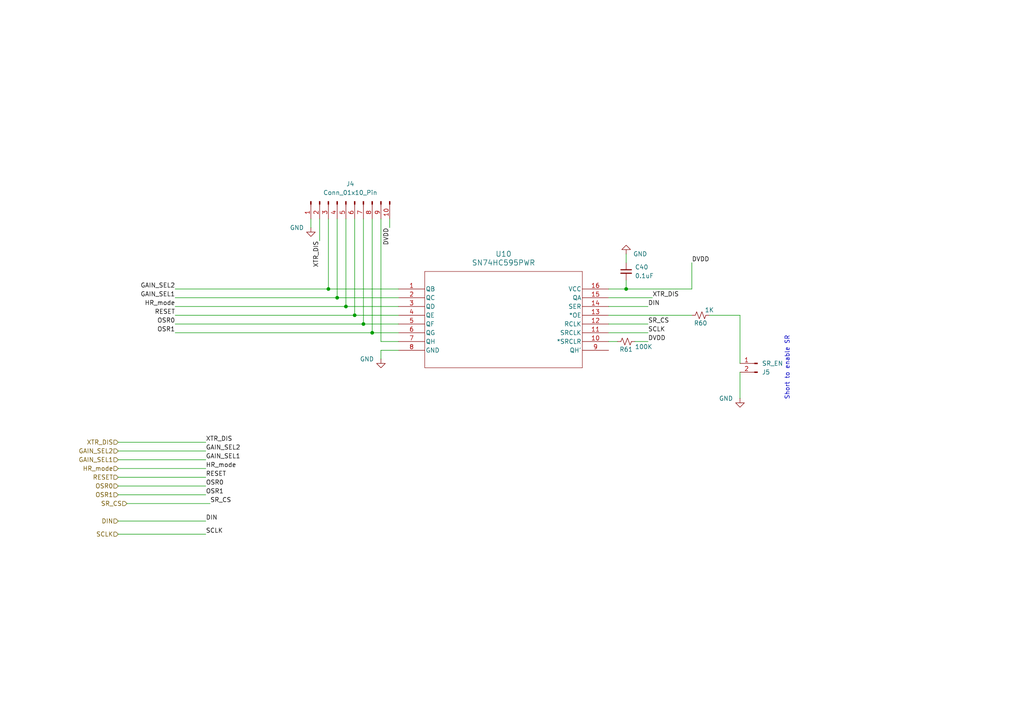
<source format=kicad_sch>
(kicad_sch (version 20231120) (generator "eeschema") (generator_version "8.0")
  (paper "A4")
  (lib_symbols
    (symbol "Connector:Conn_01x02_Pin" (pin_names (offset 1.016) hide)
      (property "Reference" "J" (at 0 2.54 0))
      (property "Value" "Conn_01x02_Pin" (at 0 -5.08 0))
      (symbol "Conn_01x02_Pin_1_1"
        (polyline (pts (xy 1.27 -2.54) (xy 0.8636 -2.54)) (stroke (width 0.1524)))
        (polyline (pts (xy 1.27 0) (xy 0.8636 0)) (stroke (width 0.1524)))
        (rectangle (start 0.8636 -2.413) (end 0 -2.667) (stroke (width 0.1524)) (fill (type outline)))
        (rectangle (start 0.8636 0.127) (end 0 -0.127) (stroke (width 0.1524)) (fill (type outline)))
        (pin passive line (at 5.08 0 180) (length 3.81) (name "Pin_1") (number "1"))
        (pin passive line (at 5.08 -2.54 180) (length 3.81) (name "Pin_2") (number "2"))
      )
    )
    (symbol "Connector:Conn_01x10_Pin" (pin_names (offset 1.016) hide)
      (property "Reference" "J" (at 0 12.7 0))
      (property "Value" "Conn_01x10_Pin" (at 0 -15.24 0))
      (symbol "Conn_01x10_Pin_1_1"
        (polyline (pts (xy 1.27 -12.7) (xy 0.8636 -12.7)) (stroke (width 0.1524)))
        (polyline (pts (xy 1.27 -10.16) (xy 0.8636 -10.16)) (stroke (width 0.1524)))
        (polyline (pts (xy 1.27 -7.62) (xy 0.8636 -7.62)) (stroke (width 0.1524)))
        (polyline (pts (xy 1.27 -5.08) (xy 0.8636 -5.08)) (stroke (width 0.1524)))
        (polyline (pts (xy 1.27 -2.54) (xy 0.8636 -2.54)) (stroke (width 0.1524)))
        (polyline (pts (xy 1.27 0) (xy 0.8636 0)) (stroke (width 0.1524)))
        (polyline (pts (xy 1.27 2.54) (xy 0.8636 2.54)) (stroke (width 0.1524)))
        (polyline (pts (xy 1.27 5.08) (xy 0.8636 5.08)) (stroke (width 0.1524)))
        (polyline (pts (xy 1.27 7.62) (xy 0.8636 7.62)) (stroke (width 0.1524)))
        (polyline (pts (xy 1.27 10.16) (xy 0.8636 10.16)) (stroke (width 0.1524)))
        (rectangle (start 0.8636 -12.573) (end 0 -12.827) (stroke (width 0.1524)) (fill (type outline)))
        (rectangle (start 0.8636 -10.033) (end 0 -10.287) (stroke (width 0.1524)) (fill (type outline)))
        (rectangle (start 0.8636 -7.493) (end 0 -7.747) (stroke (width 0.1524)) (fill (type outline)))
        (rectangle (start 0.8636 -4.953) (end 0 -5.207) (stroke (width 0.1524)) (fill (type outline)))
        (rectangle (start 0.8636 -2.413) (end 0 -2.667) (stroke (width 0.1524)) (fill (type outline)))
        (rectangle (start 0.8636 0.127) (end 0 -0.127) (stroke (width 0.1524)) (fill (type outline)))
        (rectangle (start 0.8636 2.667) (end 0 2.413) (stroke (width 0.1524)) (fill (type outline)))
        (rectangle (start 0.8636 5.207) (end 0 4.953) (stroke (width 0.1524)) (fill (type outline)))
        (rectangle (start 0.8636 7.747) (end 0 7.493) (stroke (width 0.1524)) (fill (type outline)))
        (rectangle (start 0.8636 10.287) (end 0 10.033) (stroke (width 0.1524)) (fill (type outline)))
        (pin passive line (at 5.08 10.16 180) (length 3.81) (name "Pin_1") (number "1"))
        (pin passive line (at 5.08 -12.7 180) (length 3.81) (name "Pin_10") (number "10"))
        (pin passive line (at 5.08 7.62 180) (length 3.81) (name "Pin_2") (number "2"))
        (pin passive line (at 5.08 5.08 180) (length 3.81) (name "Pin_3") (number "3"))
        (pin passive line (at 5.08 2.54 180) (length 3.81) (name "Pin_4") (number "4"))
        (pin passive line (at 5.08 0 180) (length 3.81) (name "Pin_5") (number "5"))
        (pin passive line (at 5.08 -2.54 180) (length 3.81) (name "Pin_6") (number "6"))
        (pin passive line (at 5.08 -5.08 180) (length 3.81) (name "Pin_7") (number "7"))
        (pin passive line (at 5.08 -7.62 180) (length 3.81) (name "Pin_8") (number "8"))
        (pin passive line (at 5.08 -10.16 180) (length 3.81) (name "Pin_9") (number "9"))
      )
    )
    (symbol "Device:C_Small" (pin_numbers hide) (pin_names (offset 0.254) hide)
      (property "Reference" "C" (at 0.254 1.778 0))
      (property "Value" "C_Small" (at 0.254 -2.032 0))
      (symbol "C_Small_0_1"
        (polyline (pts (xy -1.524 -0.508) (xy 1.524 -0.508)) (stroke (width 0.3302)))
        (polyline (pts (xy -1.524 0.508) (xy 1.524 0.508)) (stroke (width 0.3048)))
      )
      (symbol "C_Small_1_1"
        (pin passive line (at 0 2.54 270) (length 2.032) (name "~") (number "1"))
        (pin passive line (at 0 -2.54 90) (length 2.032) (name "~") (number "2"))
      )
    )
    (symbol "Device:R_Small_US" (pin_numbers hide) (pin_names (offset 0.254) hide)
      (property "Reference" "R" (at 0.762 0.508 0))
      (property "Value" "R_Small_US" (at 0.762 -1.016 0))
      (symbol "R_Small_US_1_1"
        (polyline (pts (xy 0 0) (xy 1.016 -0.381) (xy 0 -0.762) (xy -1.016 -1.143) (xy 0 -1.524)))
        (polyline (pts (xy 0 1.524) (xy 1.016 1.143) (xy 0 0.762) (xy -1.016 0.381) (xy 0 0)))
        (pin passive line (at 0 2.54 270) (length 1.016) (name "~") (number "1"))
        (pin passive line (at 0 -2.54 90) (length 1.016) (name "~") (number "2"))
      )
    )
    (symbol "Project Symbol Library:SN74HC595PW" (pin_names (offset 0.254))
      (property "Reference" "U" (at 30.48 10.16 0))
      (property "Value" "SN74HC595PWR" (at 30.48 7.62 0))
      (symbol "SN74HC595PW_0_1"
        (polyline (pts (xy 7.62 -22.86) (xy 53.34 -22.86)) (stroke (width 0.127)))
        (polyline (pts (xy 7.62 5.08) (xy 7.62 -22.86)) (stroke (width 0.127)))
        (polyline (pts (xy 53.34 -22.86) (xy 53.34 5.08)) (stroke (width 0.127)))
        (polyline (pts (xy 53.34 5.08) (xy 7.62 5.08)) (stroke (width 0.127)))
        (pin output line (at 0 0 0) (length 7.62) (name "QB") (number "1"))
        (pin input line (at 60.96 -15.24 180) (length 7.62) (name "*SRCLR") (number "10"))
        (pin input line (at 60.96 -12.7 180) (length 7.62) (name "SRCLK") (number "11"))
        (pin input line (at 60.96 -10.16 180) (length 7.62) (name "RCLK") (number "12"))
        (pin input line (at 60.96 -7.62 180) (length 7.62) (name "*OE") (number "13"))
        (pin input line (at 60.96 -5.08 180) (length 7.62) (name "SER") (number "14"))
        (pin output line (at 60.96 -2.54 180) (length 7.62) (name "QA") (number "15"))
        (pin power_in line (at 60.96 0 180) (length 7.62) (name "VCC") (number "16"))
        (pin output line (at 0 -2.54 0) (length 7.62) (name "QC") (number "2"))
        (pin output line (at 0 -5.08 0) (length 7.62) (name "QD") (number "3"))
        (pin output line (at 0 -7.62 0) (length 7.62) (name "QE") (number "4"))
        (pin output line (at 0 -10.16 0) (length 7.62) (name "QF") (number "5"))
        (pin output line (at 0 -12.7 0) (length 7.62) (name "QG") (number "6"))
        (pin output line (at 0 -15.24 0) (length 7.62) (name "QH") (number "7"))
        (pin power_in line (at 0 -17.78 0) (length 7.62) (name "GND") (number "8"))
        (pin output line (at 60.96 -17.78 180) (length 7.62) (name "QH'") (number "9"))
      )
    )
    (symbol "power:GND" (power) (pin_numbers hide) (pin_names (offset 0) hide)
      (property "Value" "GND" (at 0 -3.81 0))
      (symbol "GND_0_1"
        (polyline (pts (xy 0 0) (xy 0 -1.27) (xy 1.27 -1.27) (xy 0 -2.54) (xy -1.27 -1.27) (xy 0 -1.27)))
      )
      (symbol "GND_1_1"
        (pin power_in line (at 0 0 270) (length 0) (name "~") (number "1"))
      )
    )
  )
  (junction (at 107.95 96.52))
  (junction (at 181.61 83.82))
  (junction (at 97.79 86.36))
  (junction (at 105.41 93.98))
  (junction (at 100.33 88.9))
  (junction (at 102.87 91.44))
  (junction (at 95.25 83.82))
  (wire (pts (xy 200.66 83.82) (xy 200.66 76.2)))
  (wire (pts (xy 97.79 63.5) (xy 97.79 86.36)))
  (wire (pts (xy 34.29 138.43) (xy 59.69 138.43)))
  (wire (pts (xy 34.29 130.81) (xy 59.69 130.81)))
  (wire (pts (xy 176.53 88.9) (xy 187.96 88.9)))
  (wire (pts (xy 34.29 154.94) (xy 59.69 154.94)))
  (wire (pts (xy 176.53 93.98) (xy 187.96 93.98)))
  (wire (pts (xy 95.25 63.5) (xy 95.25 83.82)))
  (wire (pts (xy 105.41 63.5) (xy 105.41 93.98)))
  (wire (pts (xy 214.63 91.44) (xy 214.63 105.41)))
  (wire (pts (xy 34.29 143.51) (xy 59.69 143.51)))
  (wire (pts (xy 176.53 99.06) (xy 179.07 99.06)))
  (wire (pts (xy 110.49 63.5) (xy 110.49 99.06)))
  (wire (pts (xy 176.53 96.52) (xy 187.96 96.52)))
  (wire (pts (xy 100.33 88.9) (xy 115.57 88.9)))
  (wire (pts (xy 214.63 107.95) (xy 214.63 115.57)))
  (wire (pts (xy 34.29 151.13) (xy 59.69 151.13)))
  (wire (pts (xy 181.61 83.82) (xy 200.66 83.82)))
  (wire (pts (xy 110.49 101.6) (xy 115.57 101.6)))
  (wire (pts (xy 102.87 63.5) (xy 102.87 91.44)))
  (wire (pts (xy 184.15 99.06) (xy 187.96 99.06)))
  (wire (pts (xy 105.41 93.98) (xy 115.57 93.98)))
  (wire (pts (xy 176.53 91.44) (xy 200.66 91.44)))
  (wire (pts (xy 97.79 86.36) (xy 115.57 86.36)))
  (wire (pts (xy 110.49 99.06) (xy 115.57 99.06)))
  (wire (pts (xy 50.8 91.44) (xy 102.87 91.44)))
  (wire (pts (xy 189.23 86.36) (xy 176.53 86.36)))
  (wire (pts (xy 90.17 66.04) (xy 90.17 63.5)))
  (wire (pts (xy 107.95 63.5) (xy 107.95 96.52)))
  (wire (pts (xy 34.29 128.27) (xy 59.69 128.27)))
  (wire (pts (xy 113.03 63.5) (xy 113.03 66.04)))
  (wire (pts (xy 34.29 135.89) (xy 59.69 135.89)))
  (wire (pts (xy 102.87 91.44) (xy 115.57 91.44)))
  (wire (pts (xy 176.53 83.82) (xy 181.61 83.82)))
  (wire (pts (xy 50.8 93.98) (xy 105.41 93.98)))
  (wire (pts (xy 50.8 86.36) (xy 97.79 86.36)))
  (wire (pts (xy 34.29 140.97) (xy 59.69 140.97)))
  (wire (pts (xy 50.8 88.9) (xy 100.33 88.9)))
  (wire (pts (xy 205.74 91.44) (xy 214.63 91.44)))
  (wire (pts (xy 95.25 83.82) (xy 115.57 83.82)))
  (wire (pts (xy 92.71 63.5) (xy 92.71 69.85)))
  (wire (pts (xy 34.29 133.35) (xy 59.69 133.35)))
  (wire (pts (xy 50.8 96.52) (xy 107.95 96.52)))
  (wire (pts (xy 110.49 104.14) (xy 110.49 101.6)))
  (wire (pts (xy 181.61 81.28) (xy 181.61 83.82)))
  (wire (pts (xy 36.83 146.05) (xy 60.96 146.05)))
  (wire (pts (xy 181.61 73.66) (xy 181.61 76.2)))
  (wire (pts (xy 107.95 96.52) (xy 115.57 96.52)))
  (wire (pts (xy 50.8 83.82) (xy 95.25 83.82)))
  (wire (pts (xy 100.33 63.5) (xy 100.33 88.9)))
  (text "Short to enable SR" (at 228.346 106.68 90) (effects (font (size 1.27 1.27))))
  (label "XTR_DIS" (at 189.23 86.36 0))
  (label "GAIN_SEL1" (at 50.8 86.36 180))
  (label "RESET" (at 50.8 91.44 180))
  (label "OSR0" (at 50.8 93.98 180))
  (label "GAIN_SEL1" (at 59.69 133.35 0))
  (label "DVDD" (at 187.96 99.06 0))
  (label "DIN" (at 187.96 88.9 0))
  (label "SR_CS" (at 187.96 93.98 0))
  (label "XTR_DIS" (at 92.71 69.85 270))
  (label "HR_mode" (at 50.8 88.9 180))
  (label "OSR1" (at 50.8 96.52 180))
  (label "GAIN_SEL2" (at 50.8 83.82 180))
  (label "SCLK" (at 187.96 96.52 0))
  (label "OSR0" (at 59.69 140.97 0))
  (label "DVDD" (at 113.03 66.04 270))
  (label "XTR_DIS" (at 59.69 128.27 0))
  (label "SCLK" (at 59.69 154.94 0))
  (label "DVDD" (at 200.66 76.2 0))
  (label "OSR1" (at 59.69 143.51 0))
  (label "DIN" (at 59.69 151.13 0))
  (label "RESET" (at 59.69 138.43 0))
  (label "SR_CS" (at 60.96 146.05 0))
  (label "GAIN_SEL2" (at 59.69 130.81 0))
  (label "HR_mode" (at 59.69 135.89 0))
  (hierarchical_label "HR_mode" (shape input) (at 34.29 135.89 180))
  (hierarchical_label "RESET" (shape input) (at 34.29 138.43 180))
  (hierarchical_label "SCLK" (shape input) (at 34.29 154.94 180))
  (hierarchical_label "SR_CS" (shape input) (at 36.83 146.05 180))
  (hierarchical_label "GAIN_SEL1" (shape input) (at 34.29 133.35 180))
  (hierarchical_label "OSR0" (shape input) (at 34.29 140.97 180))
  (hierarchical_label "GAIN_SEL2" (shape input) (at 34.29 130.81 180))
  (hierarchical_label "DIN" (shape input) (at 34.29 151.13 180))
  (hierarchical_label "OSR1" (shape input) (at 34.29 143.51 180))
  (hierarchical_label "XTR_DIS" (shape input) (at 34.29 128.27 180))
  (symbol (lib_id "Device:R_Small_US") (at 203.2 91.44 90) (unit 1)
    (property "Reference" "R60" (at 203.2 93.726 90))
    (property "Value" "1K" (at 205.74 89.916 90))
    (property "Footprint" "Resistor_SMD:R_0603_1608Metric_Pad0.98x0.95mm_HandSolder" (effects (hide yes)))
    (property "Description" "Resistor, small US symbol" (effects (hide yes)))
  )
  (symbol (lib_id "Connector:Conn_01x02_Pin") (at 219.71 105.41 0) (mirror y) (unit 1)
    (property "Reference" "J5" (at 220.98 107.9501 0) (effects (justify right)))
    (property "Value" "SR_EN" (at 220.98 105.4101 0) (effects (justify right)))
    (property "Footprint" "Connector_PinHeader_2.54mm:PinHeader_1x02_P2.54mm_Vertical" (effects (hide yes)))
    (property "Description" "Generic connector, single row, 01x02, script generated" (effects (hide yes)))
  )
  (symbol (lib_id "power:GND") (at 181.61 73.66 180) (unit 1)
    (property "Reference" "#PWR064" (effects (hide yes)))
    (property "Value" "GND" (at 185.674 73.66 0))
    (property "Description" "Power symbol creates a global label with name \"GND\" , ground" (effects (hide yes)))
  )
  (symbol (lib_id "Connector:Conn_01x10_Pin") (at 100.33 58.42 90) (mirror x) (unit 1)
    (property "Reference" "J4" (at 101.6 53.34 90))
    (property "Value" "Conn_01x10_Pin" (at 101.6 55.88 90))
    (property "Footprint" "Connector_PinHeader_2.54mm:PinHeader_1x10_P2.54mm_Vertical" (effects (hide yes)))
    (property "Description" "Generic connector, single row, 01x10, script generated" (effects (hide yes)))
  )
  (symbol (lib_id "Device:R_Small_US") (at 181.61 99.06 90) (unit 1)
    (property "Reference" "R61" (at 181.61 101.346 90))
    (property "Value" "100K" (at 186.69 100.584 90))
    (property "Footprint" "Resistor_SMD:R_0603_1608Metric_Pad0.98x0.95mm_HandSolder" (effects (hide yes)))
    (property "Description" "Resistor, small US symbol" (effects (hide yes)))
  )
  (symbol (lib_id "power:GND") (at 214.63 115.57 0) (unit 1)
    (property "Reference" "#PWR066" (effects (hide yes)))
    (property "Value" "GND" (at 210.566 115.57 0))
    (property "Description" "Power symbol creates a global label with name \"GND\" , ground" (effects (hide yes)))
  )
  (symbol (lib_id "power:GND") (at 110.49 104.14 0) (unit 1)
    (property "Reference" "#PWR065" (effects (hide yes)))
    (property "Value" "GND" (at 106.426 104.14 0))
    (property "Description" "Power symbol creates a global label with name \"GND\" , ground" (effects (hide yes)))
  )
  (symbol (lib_id "power:GND") (at 90.17 66.04 0) (unit 1)
    (property "Reference" "#PWR063" (effects (hide yes)))
    (property "Value" "GND" (at 86.106 66.04 0))
    (property "Description" "Power symbol creates a global label with name \"GND\" , ground" (effects (hide yes)))
  )
  (symbol (lib_id "Project Symbol Library:SN74HC595PW") (at 115.57 83.82 0) (unit 1)
    (property "Reference" "U10" (at 146.05 73.66 0) (effects (font (size 1.524 1.524))))
    (property "Value" "SN74HC595PWR" (at 146.05 76.2 0) (effects (font (size 1.524 1.524))))
    (property "Footprint" "Project Footprint Library:SN74HC595" (effects (hide yes)))
    (property "Datasheet" "SN74HC595PW" (effects (hide yes)))
  )
  (symbol (lib_id "Device:C_Small") (at 181.61 78.74 0) (unit 1)
    (property "Reference" "C40" (at 184.15 77.4762 0) (effects (justify left)))
    (property "Value" "0.1uF" (at 184.15 80.0162 0) (effects (justify left)))
    (property "Footprint" "Capacitor_SMD:C_0603_1608Metric_Pad1.08x0.95mm_HandSolder" (effects (hide yes)))
    (property "Description" "Unpolarized capacitor, small symbol" (effects (hide yes)))
  )
)
</source>
